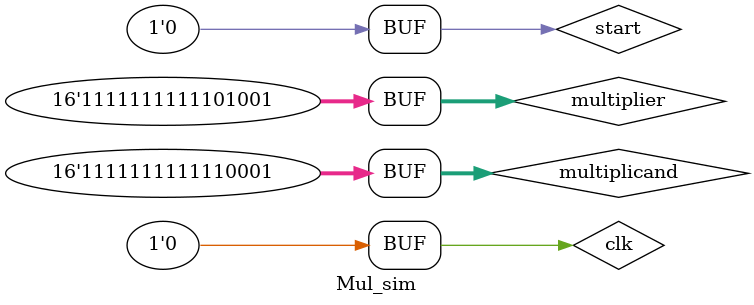
<source format=v>
`timescale 1ns / 1ps


module Mul_sim(

    );

    reg clk;
    reg rst;
    reg [15:0] multiplicand;
    reg [15:0] multiplier;
    reg start;
    wire [31:0] product;
    wire ready;
    wire finish;

    Mul m0 (
        .clk(clk),
        .rst(rst),
        .multiplicand(multiplicand),
        .multiplier(multiplier),
        .start(start),
        .product(product),
        .ready(ready),
        .finish(finish)
    );
    
    always begin
        clk <= 1'b1; #2;
        clk <= 1'b0; #2;
    end

    initial begin
        start = 0;
        #10;
        multiplicand = 15'd1;
        multiplier = 15'd0;
        #10 start = 1;
        #10 start = 0;
        #200;

        multiplicand = 15'd10;
        multiplier = 15'd30;
        #10 start = 1;
        #10 start = 0;
        #200;

        multiplicand = 15'd15;
        multiplier = 15'd23;
        #10 start = 1;
        #10 start = 0;
        #200;

        multiplicand = -15'd5;
        multiplier = 15'd10;
        #10 start = 1;
        #10 start = 0;
        #200;

        multiplicand = 15'd10;
        multiplier = -15'd23;
        #10 start = 1;
        #10 start = 0;
        #200;

        multiplicand = -15'd15;
        multiplier = -15'd23;
        #10 start = 1;
        #10 start = 0;
        #200;

    end
endmodule

</source>
